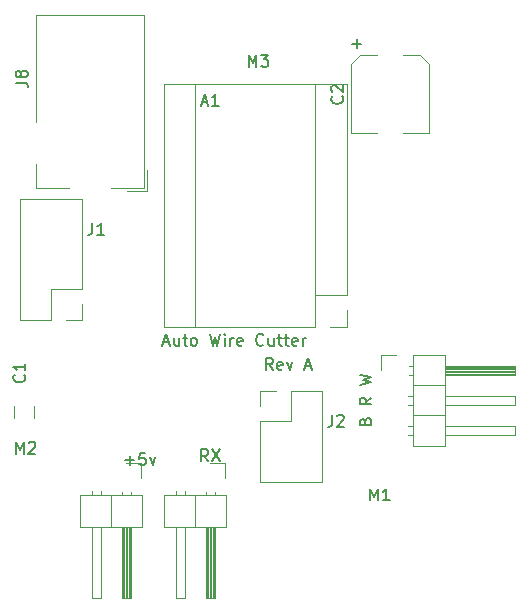
<source format=gbr>
G04 #@! TF.FileFunction,Legend,Top*
%FSLAX46Y46*%
G04 Gerber Fmt 4.6, Leading zero omitted, Abs format (unit mm)*
G04 Created by KiCad (PCBNEW 4.0.7) date 06/14/18 07:59:11*
%MOMM*%
%LPD*%
G01*
G04 APERTURE LIST*
%ADD10C,0.100000*%
%ADD11C,0.150000*%
%ADD12C,0.120000*%
G04 APERTURE END LIST*
D10*
D11*
X157186476Y-107640381D02*
X156853142Y-107164190D01*
X156615047Y-107640381D02*
X156615047Y-106640381D01*
X156996000Y-106640381D01*
X157091238Y-106688000D01*
X157138857Y-106735619D01*
X157186476Y-106830857D01*
X157186476Y-106973714D01*
X157138857Y-107068952D01*
X157091238Y-107116571D01*
X156996000Y-107164190D01*
X156615047Y-107164190D01*
X157996000Y-107592762D02*
X157900762Y-107640381D01*
X157710285Y-107640381D01*
X157615047Y-107592762D01*
X157567428Y-107497524D01*
X157567428Y-107116571D01*
X157615047Y-107021333D01*
X157710285Y-106973714D01*
X157900762Y-106973714D01*
X157996000Y-107021333D01*
X158043619Y-107116571D01*
X158043619Y-107211810D01*
X157567428Y-107307048D01*
X158376952Y-106973714D02*
X158615047Y-107640381D01*
X158853143Y-106973714D01*
X159948381Y-107354667D02*
X160424572Y-107354667D01*
X159853143Y-107640381D02*
X160186476Y-106640381D01*
X160519810Y-107640381D01*
X147923999Y-105322667D02*
X148400190Y-105322667D01*
X147828761Y-105608381D02*
X148162094Y-104608381D01*
X148495428Y-105608381D01*
X149257333Y-104941714D02*
X149257333Y-105608381D01*
X148828761Y-104941714D02*
X148828761Y-105465524D01*
X148876380Y-105560762D01*
X148971618Y-105608381D01*
X149114476Y-105608381D01*
X149209714Y-105560762D01*
X149257333Y-105513143D01*
X149590666Y-104941714D02*
X149971618Y-104941714D01*
X149733523Y-104608381D02*
X149733523Y-105465524D01*
X149781142Y-105560762D01*
X149876380Y-105608381D01*
X149971618Y-105608381D01*
X150447809Y-105608381D02*
X150352571Y-105560762D01*
X150304952Y-105513143D01*
X150257333Y-105417905D01*
X150257333Y-105132190D01*
X150304952Y-105036952D01*
X150352571Y-104989333D01*
X150447809Y-104941714D01*
X150590667Y-104941714D01*
X150685905Y-104989333D01*
X150733524Y-105036952D01*
X150781143Y-105132190D01*
X150781143Y-105417905D01*
X150733524Y-105513143D01*
X150685905Y-105560762D01*
X150590667Y-105608381D01*
X150447809Y-105608381D01*
X151876381Y-104608381D02*
X152114476Y-105608381D01*
X152304953Y-104894095D01*
X152495429Y-105608381D01*
X152733524Y-104608381D01*
X153114476Y-105608381D02*
X153114476Y-104941714D01*
X153114476Y-104608381D02*
X153066857Y-104656000D01*
X153114476Y-104703619D01*
X153162095Y-104656000D01*
X153114476Y-104608381D01*
X153114476Y-104703619D01*
X153590666Y-105608381D02*
X153590666Y-104941714D01*
X153590666Y-105132190D02*
X153638285Y-105036952D01*
X153685904Y-104989333D01*
X153781142Y-104941714D01*
X153876381Y-104941714D01*
X154590667Y-105560762D02*
X154495429Y-105608381D01*
X154304952Y-105608381D01*
X154209714Y-105560762D01*
X154162095Y-105465524D01*
X154162095Y-105084571D01*
X154209714Y-104989333D01*
X154304952Y-104941714D01*
X154495429Y-104941714D01*
X154590667Y-104989333D01*
X154638286Y-105084571D01*
X154638286Y-105179810D01*
X154162095Y-105275048D01*
X156400191Y-105513143D02*
X156352572Y-105560762D01*
X156209715Y-105608381D01*
X156114477Y-105608381D01*
X155971619Y-105560762D01*
X155876381Y-105465524D01*
X155828762Y-105370286D01*
X155781143Y-105179810D01*
X155781143Y-105036952D01*
X155828762Y-104846476D01*
X155876381Y-104751238D01*
X155971619Y-104656000D01*
X156114477Y-104608381D01*
X156209715Y-104608381D01*
X156352572Y-104656000D01*
X156400191Y-104703619D01*
X157257334Y-104941714D02*
X157257334Y-105608381D01*
X156828762Y-104941714D02*
X156828762Y-105465524D01*
X156876381Y-105560762D01*
X156971619Y-105608381D01*
X157114477Y-105608381D01*
X157209715Y-105560762D01*
X157257334Y-105513143D01*
X157590667Y-104941714D02*
X157971619Y-104941714D01*
X157733524Y-104608381D02*
X157733524Y-105465524D01*
X157781143Y-105560762D01*
X157876381Y-105608381D01*
X157971619Y-105608381D01*
X158162096Y-104941714D02*
X158543048Y-104941714D01*
X158304953Y-104608381D02*
X158304953Y-105465524D01*
X158352572Y-105560762D01*
X158447810Y-105608381D01*
X158543048Y-105608381D01*
X159257335Y-105560762D02*
X159162097Y-105608381D01*
X158971620Y-105608381D01*
X158876382Y-105560762D01*
X158828763Y-105465524D01*
X158828763Y-105084571D01*
X158876382Y-104989333D01*
X158971620Y-104941714D01*
X159162097Y-104941714D01*
X159257335Y-104989333D01*
X159304954Y-105084571D01*
X159304954Y-105179810D01*
X158828763Y-105275048D01*
X159733525Y-105608381D02*
X159733525Y-104941714D01*
X159733525Y-105132190D02*
X159781144Y-105036952D01*
X159828763Y-104989333D01*
X159924001Y-104941714D01*
X160019240Y-104941714D01*
D12*
X150622000Y-104016000D02*
X150622000Y-83436000D01*
X160782000Y-101346000D02*
X160782000Y-83436000D01*
X162052000Y-104016000D02*
X163452000Y-104016000D01*
X163452000Y-104016000D02*
X163452000Y-102616000D01*
X160782000Y-104016000D02*
X160782000Y-101346000D01*
X160782000Y-101346000D02*
X163452000Y-101346000D01*
X163452000Y-101346000D02*
X163452000Y-83436000D01*
X163452000Y-83436000D02*
X147952000Y-83436000D01*
X147952000Y-83436000D02*
X147952000Y-104016000D01*
X147952000Y-104016000D02*
X160782000Y-104016000D01*
X136994000Y-111752000D02*
X136994000Y-110752000D01*
X135294000Y-110752000D02*
X135294000Y-111752000D01*
X164592000Y-81028000D02*
X166012000Y-81028000D01*
X163832000Y-87628000D02*
X166012000Y-87628000D01*
X170432000Y-87628000D02*
X168252000Y-87628000D01*
X169672000Y-81028000D02*
X168252000Y-81028000D01*
X163832000Y-87628000D02*
X163832000Y-81788000D01*
X163832000Y-81788000D02*
X164592000Y-81028000D01*
X169672000Y-81028000D02*
X170432000Y-81788000D01*
X170432000Y-81788000D02*
X170432000Y-87628000D01*
X141030000Y-93158000D02*
X135830000Y-93158000D01*
X141030000Y-100838000D02*
X141030000Y-93158000D01*
X135830000Y-103438000D02*
X135830000Y-93158000D01*
X141030000Y-100838000D02*
X138430000Y-100838000D01*
X138430000Y-100838000D02*
X138430000Y-103438000D01*
X138430000Y-103438000D02*
X135830000Y-103438000D01*
X141030000Y-102108000D02*
X141030000Y-103438000D01*
X141030000Y-103438000D02*
X139700000Y-103438000D01*
X156150000Y-117154000D02*
X161350000Y-117154000D01*
X156150000Y-112014000D02*
X156150000Y-117154000D01*
X161350000Y-109414000D02*
X161350000Y-117154000D01*
X156150000Y-112014000D02*
X158750000Y-112014000D01*
X158750000Y-112014000D02*
X158750000Y-109414000D01*
X158750000Y-109414000D02*
X161350000Y-109414000D01*
X156150000Y-110744000D02*
X156150000Y-109414000D01*
X156150000Y-109414000D02*
X157480000Y-109414000D01*
X137132000Y-86640000D02*
X137132000Y-77640000D01*
X137132000Y-77640000D02*
X146332000Y-77640000D01*
X146332000Y-77640000D02*
X146332000Y-92240000D01*
X146332000Y-92240000D02*
X143532000Y-92240000D01*
X139932000Y-92240000D02*
X137132000Y-92240000D01*
X137132000Y-92240000D02*
X137132000Y-90240000D01*
X146572000Y-90740000D02*
X146572000Y-92480000D01*
X146572000Y-92480000D02*
X144832000Y-92480000D01*
X153222000Y-118280000D02*
X148022000Y-118280000D01*
X148022000Y-118280000D02*
X148022000Y-120940000D01*
X148022000Y-120940000D02*
X153222000Y-120940000D01*
X153222000Y-120940000D02*
X153222000Y-118280000D01*
X152272000Y-120940000D02*
X152272000Y-126940000D01*
X152272000Y-126940000D02*
X151512000Y-126940000D01*
X151512000Y-126940000D02*
X151512000Y-120940000D01*
X152212000Y-120940000D02*
X152212000Y-126940000D01*
X152092000Y-120940000D02*
X152092000Y-126940000D01*
X151972000Y-120940000D02*
X151972000Y-126940000D01*
X151852000Y-120940000D02*
X151852000Y-126940000D01*
X151732000Y-120940000D02*
X151732000Y-126940000D01*
X151612000Y-120940000D02*
X151612000Y-126940000D01*
X152272000Y-117950000D02*
X152272000Y-118280000D01*
X151512000Y-117950000D02*
X151512000Y-118280000D01*
X150622000Y-118280000D02*
X150622000Y-120940000D01*
X149732000Y-120940000D02*
X149732000Y-126940000D01*
X149732000Y-126940000D02*
X148972000Y-126940000D01*
X148972000Y-126940000D02*
X148972000Y-120940000D01*
X149732000Y-117882929D02*
X149732000Y-118280000D01*
X148972000Y-117882929D02*
X148972000Y-118280000D01*
X151892000Y-115570000D02*
X153162000Y-115570000D01*
X153162000Y-115570000D02*
X153162000Y-116840000D01*
X146110000Y-118280000D02*
X140910000Y-118280000D01*
X140910000Y-118280000D02*
X140910000Y-120940000D01*
X140910000Y-120940000D02*
X146110000Y-120940000D01*
X146110000Y-120940000D02*
X146110000Y-118280000D01*
X145160000Y-120940000D02*
X145160000Y-126940000D01*
X145160000Y-126940000D02*
X144400000Y-126940000D01*
X144400000Y-126940000D02*
X144400000Y-120940000D01*
X145100000Y-120940000D02*
X145100000Y-126940000D01*
X144980000Y-120940000D02*
X144980000Y-126940000D01*
X144860000Y-120940000D02*
X144860000Y-126940000D01*
X144740000Y-120940000D02*
X144740000Y-126940000D01*
X144620000Y-120940000D02*
X144620000Y-126940000D01*
X144500000Y-120940000D02*
X144500000Y-126940000D01*
X145160000Y-117950000D02*
X145160000Y-118280000D01*
X144400000Y-117950000D02*
X144400000Y-118280000D01*
X143510000Y-118280000D02*
X143510000Y-120940000D01*
X142620000Y-120940000D02*
X142620000Y-126940000D01*
X142620000Y-126940000D02*
X141860000Y-126940000D01*
X141860000Y-126940000D02*
X141860000Y-120940000D01*
X142620000Y-117882929D02*
X142620000Y-118280000D01*
X141860000Y-117882929D02*
X141860000Y-118280000D01*
X144780000Y-115570000D02*
X146050000Y-115570000D01*
X146050000Y-115570000D02*
X146050000Y-116840000D01*
X169080000Y-106366000D02*
X169080000Y-114106000D01*
X169080000Y-114106000D02*
X171740000Y-114106000D01*
X171740000Y-114106000D02*
X171740000Y-106366000D01*
X171740000Y-106366000D02*
X169080000Y-106366000D01*
X171740000Y-107316000D02*
X177740000Y-107316000D01*
X177740000Y-107316000D02*
X177740000Y-108076000D01*
X177740000Y-108076000D02*
X171740000Y-108076000D01*
X171740000Y-107376000D02*
X177740000Y-107376000D01*
X171740000Y-107496000D02*
X177740000Y-107496000D01*
X171740000Y-107616000D02*
X177740000Y-107616000D01*
X171740000Y-107736000D02*
X177740000Y-107736000D01*
X171740000Y-107856000D02*
X177740000Y-107856000D01*
X171740000Y-107976000D02*
X177740000Y-107976000D01*
X168750000Y-107316000D02*
X169080000Y-107316000D01*
X168750000Y-108076000D02*
X169080000Y-108076000D01*
X169080000Y-108966000D02*
X171740000Y-108966000D01*
X171740000Y-109856000D02*
X177740000Y-109856000D01*
X177740000Y-109856000D02*
X177740000Y-110616000D01*
X177740000Y-110616000D02*
X171740000Y-110616000D01*
X168682929Y-109856000D02*
X169080000Y-109856000D01*
X168682929Y-110616000D02*
X169080000Y-110616000D01*
X169080000Y-111506000D02*
X171740000Y-111506000D01*
X171740000Y-112396000D02*
X177740000Y-112396000D01*
X177740000Y-112396000D02*
X177740000Y-113156000D01*
X177740000Y-113156000D02*
X171740000Y-113156000D01*
X168682929Y-112396000D02*
X169080000Y-112396000D01*
X168682929Y-113156000D02*
X169080000Y-113156000D01*
X166370000Y-107696000D02*
X166370000Y-106426000D01*
X166370000Y-106426000D02*
X167640000Y-106426000D01*
D11*
X155146476Y-81986381D02*
X155146476Y-80986381D01*
X155479810Y-81700667D01*
X155813143Y-80986381D01*
X155813143Y-81986381D01*
X156194095Y-80986381D02*
X156813143Y-80986381D01*
X156479809Y-81367333D01*
X156622667Y-81367333D01*
X156717905Y-81414952D01*
X156765524Y-81462571D01*
X156813143Y-81557810D01*
X156813143Y-81795905D01*
X156765524Y-81891143D01*
X156717905Y-81938762D01*
X156622667Y-81986381D01*
X156336952Y-81986381D01*
X156241714Y-81938762D01*
X156194095Y-81891143D01*
X165433476Y-118702081D02*
X165433476Y-117702081D01*
X165766810Y-118416367D01*
X166100143Y-117702081D01*
X166100143Y-118702081D01*
X167100143Y-118702081D02*
X166528714Y-118702081D01*
X166814428Y-118702081D02*
X166814428Y-117702081D01*
X166719190Y-117844938D01*
X166623952Y-117940176D01*
X166528714Y-117987795D01*
X135436076Y-114752381D02*
X135436076Y-113752381D01*
X135769410Y-114466667D01*
X136102743Y-113752381D01*
X136102743Y-114752381D01*
X136531314Y-113847619D02*
X136578933Y-113800000D01*
X136674171Y-113752381D01*
X136912267Y-113752381D01*
X137007505Y-113800000D01*
X137055124Y-113847619D01*
X137102743Y-113942857D01*
X137102743Y-114038095D01*
X137055124Y-114180952D01*
X136483695Y-114752381D01*
X137102743Y-114752381D01*
X151177714Y-85002667D02*
X151653905Y-85002667D01*
X151082476Y-85288381D02*
X151415809Y-84288381D01*
X151749143Y-85288381D01*
X152606286Y-85288381D02*
X152034857Y-85288381D01*
X152320571Y-85288381D02*
X152320571Y-84288381D01*
X152225333Y-84431238D01*
X152130095Y-84526476D01*
X152034857Y-84574095D01*
X136145543Y-108065866D02*
X136193162Y-108113485D01*
X136240781Y-108256342D01*
X136240781Y-108351580D01*
X136193162Y-108494438D01*
X136097924Y-108589676D01*
X136002686Y-108637295D01*
X135812210Y-108684914D01*
X135669352Y-108684914D01*
X135478876Y-108637295D01*
X135383638Y-108589676D01*
X135288400Y-108494438D01*
X135240781Y-108351580D01*
X135240781Y-108256342D01*
X135288400Y-108113485D01*
X135336019Y-108065866D01*
X136240781Y-107113485D02*
X136240781Y-107684914D01*
X136240781Y-107399200D02*
X135240781Y-107399200D01*
X135383638Y-107494438D01*
X135478876Y-107589676D01*
X135526495Y-107684914D01*
X163059143Y-84494666D02*
X163106762Y-84542285D01*
X163154381Y-84685142D01*
X163154381Y-84780380D01*
X163106762Y-84923238D01*
X163011524Y-85018476D01*
X162916286Y-85066095D01*
X162725810Y-85113714D01*
X162582952Y-85113714D01*
X162392476Y-85066095D01*
X162297238Y-85018476D01*
X162202000Y-84923238D01*
X162154381Y-84780380D01*
X162154381Y-84685142D01*
X162202000Y-84542285D01*
X162249619Y-84494666D01*
X162249619Y-84113714D02*
X162202000Y-84066095D01*
X162154381Y-83970857D01*
X162154381Y-83732761D01*
X162202000Y-83637523D01*
X162249619Y-83589904D01*
X162344857Y-83542285D01*
X162440095Y-83542285D01*
X162582952Y-83589904D01*
X163154381Y-84161333D01*
X163154381Y-83542285D01*
X164293429Y-80428952D02*
X164293429Y-79667047D01*
X164674381Y-80047999D02*
X163912476Y-80047999D01*
X141906667Y-95210381D02*
X141906667Y-95924667D01*
X141859047Y-96067524D01*
X141763809Y-96162762D01*
X141620952Y-96210381D01*
X141525714Y-96210381D01*
X142906667Y-96210381D02*
X142335238Y-96210381D01*
X142620952Y-96210381D02*
X142620952Y-95210381D01*
X142525714Y-95353238D01*
X142430476Y-95448476D01*
X142335238Y-95496095D01*
X162226667Y-111466381D02*
X162226667Y-112180667D01*
X162179047Y-112323524D01*
X162083809Y-112418762D01*
X161940952Y-112466381D01*
X161845714Y-112466381D01*
X162655238Y-111561619D02*
X162702857Y-111514000D01*
X162798095Y-111466381D01*
X163036191Y-111466381D01*
X163131429Y-111514000D01*
X163179048Y-111561619D01*
X163226667Y-111656857D01*
X163226667Y-111752095D01*
X163179048Y-111894952D01*
X162607619Y-112466381D01*
X163226667Y-112466381D01*
X135434381Y-83323333D02*
X136148667Y-83323333D01*
X136291524Y-83370953D01*
X136386762Y-83466191D01*
X136434381Y-83609048D01*
X136434381Y-83704286D01*
X135862952Y-82704286D02*
X135815333Y-82799524D01*
X135767714Y-82847143D01*
X135672476Y-82894762D01*
X135624857Y-82894762D01*
X135529619Y-82847143D01*
X135482000Y-82799524D01*
X135434381Y-82704286D01*
X135434381Y-82513809D01*
X135482000Y-82418571D01*
X135529619Y-82370952D01*
X135624857Y-82323333D01*
X135672476Y-82323333D01*
X135767714Y-82370952D01*
X135815333Y-82418571D01*
X135862952Y-82513809D01*
X135862952Y-82704286D01*
X135910571Y-82799524D01*
X135958190Y-82847143D01*
X136053429Y-82894762D01*
X136243905Y-82894762D01*
X136339143Y-82847143D01*
X136386762Y-82799524D01*
X136434381Y-82704286D01*
X136434381Y-82513809D01*
X136386762Y-82418571D01*
X136339143Y-82370952D01*
X136243905Y-82323333D01*
X136053429Y-82323333D01*
X135958190Y-82370952D01*
X135910571Y-82418571D01*
X135862952Y-82513809D01*
X151725334Y-115387381D02*
X151392000Y-114911190D01*
X151153905Y-115387381D02*
X151153905Y-114387381D01*
X151534858Y-114387381D01*
X151630096Y-114435000D01*
X151677715Y-114482619D01*
X151725334Y-114577857D01*
X151725334Y-114720714D01*
X151677715Y-114815952D01*
X151630096Y-114863571D01*
X151534858Y-114911190D01*
X151153905Y-114911190D01*
X152058667Y-114387381D02*
X152725334Y-115387381D01*
X152725334Y-114387381D02*
X152058667Y-115387381D01*
X144684905Y-115323929D02*
X145446810Y-115323929D01*
X145065858Y-115704881D02*
X145065858Y-114942976D01*
X146399191Y-114704881D02*
X145923000Y-114704881D01*
X145875381Y-115181071D01*
X145923000Y-115133452D01*
X146018238Y-115085833D01*
X146256334Y-115085833D01*
X146351572Y-115133452D01*
X146399191Y-115181071D01*
X146446810Y-115276310D01*
X146446810Y-115514405D01*
X146399191Y-115609643D01*
X146351572Y-115657262D01*
X146256334Y-115704881D01*
X146018238Y-115704881D01*
X145923000Y-115657262D01*
X145875381Y-115609643D01*
X146780143Y-115038214D02*
X147018238Y-115704881D01*
X147256334Y-115038214D01*
X165028571Y-111997904D02*
X165076190Y-111855047D01*
X165123810Y-111807428D01*
X165219048Y-111759809D01*
X165361905Y-111759809D01*
X165457143Y-111807428D01*
X165504762Y-111855047D01*
X165552381Y-111950285D01*
X165552381Y-112331238D01*
X164552381Y-112331238D01*
X164552381Y-111997904D01*
X164600000Y-111902666D01*
X164647619Y-111855047D01*
X164742857Y-111807428D01*
X164838095Y-111807428D01*
X164933333Y-111855047D01*
X164980952Y-111902666D01*
X165028571Y-111997904D01*
X165028571Y-112331238D01*
X165552381Y-109997904D02*
X165076190Y-110331238D01*
X165552381Y-110569333D02*
X164552381Y-110569333D01*
X164552381Y-110188380D01*
X164600000Y-110093142D01*
X164647619Y-110045523D01*
X164742857Y-109997904D01*
X164885714Y-109997904D01*
X164980952Y-110045523D01*
X165028571Y-110093142D01*
X165076190Y-110188380D01*
X165076190Y-110569333D01*
X164552381Y-108902666D02*
X165552381Y-108664571D01*
X164838095Y-108474094D01*
X165552381Y-108283618D01*
X164552381Y-108045523D01*
M02*

</source>
